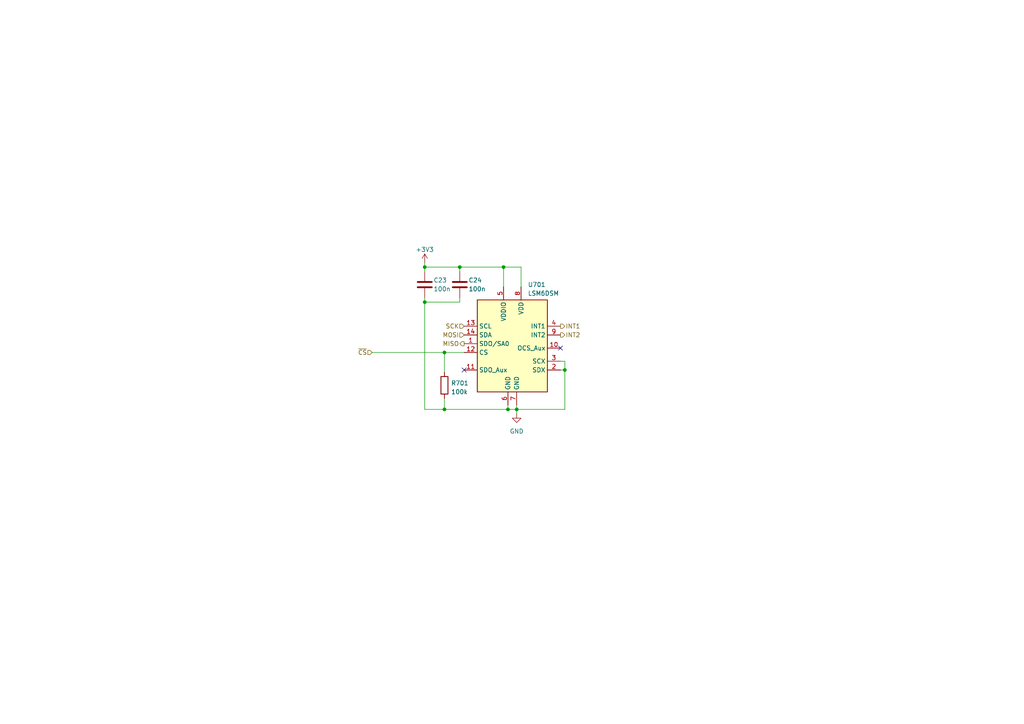
<source format=kicad_sch>
(kicad_sch (version 20230121) (generator eeschema)
  (paper "A4")
  (lib_symbols
    (symbol "Capstone:LSM6DSM"
      (property "Reference" "U" (at 2.54 16.51 0))
      (property "Value" "LSM6DSM" (at 2.54 12.7 0))
      (symbol "LSM6DSM_0_1"
        (rectangle (start -11.43 11.43) (end 8.89 -15.24) (stroke (width 0.254)) (fill (type background)))
      )
      (symbol "LSM6DSM_1_1"
        (pin bidirectional line (at -15.24 -1.27 0) (length 3.81) (name "SDO/SA0") (number "1"))
        (pin passive line (at 12.7 -2.54 180) (length 3.81) (name "OCS_Aux") (number "10"))
        (pin bidirectional line (at -15.24 -8.89 0) (length 3.81) (name "SDO_Aux") (number "11"))
        (pin input line (at -15.24 -3.81 0) (length 3.81) (name "CS") (number "12"))
        (pin input line (at -15.24 3.81 0) (length 3.81) (name "SCL") (number "13"))
        (pin bidirectional line (at -15.24 1.27 0) (length 3.81) (name "SDA") (number "14"))
        (pin bidirectional line (at 12.7 -8.89 180) (length 3.81) (name "SDX") (number "2"))
        (pin input line (at 12.7 -6.35 180) (length 3.81) (name "SCX") (number "3"))
        (pin output line (at 12.7 3.81 180) (length 3.81) (name "INT1") (number "4"))
        (pin power_in line (at -3.81 15.24 270) (length 3.81) (name "VDDIO") (number "5"))
        (pin power_in line (at -2.54 -19.05 90) (length 3.81) (name "GND") (number "6"))
        (pin power_in line (at 0 -19.05 90) (length 3.81) (name "GND") (number "7"))
        (pin power_in line (at 1.27 15.24 270) (length 3.81) (name "VDD") (number "8"))
        (pin output line (at 12.7 1.27 180) (length 3.81) (name "INT2") (number "9"))
      )
    )
    (symbol "Device:C" (pin_numbers hide) (pin_names (offset 0.254))
      (property "Reference" "C" (at 0.635 2.54 0))
      (property "Value" "C" (at 0.635 -2.54 0))
      (symbol "C_0_1"
        (polyline (pts (xy -2.032 -0.762) (xy 2.032 -0.762)) (stroke (width 0.508)))
        (polyline (pts (xy -2.032 0.762) (xy 2.032 0.762)) (stroke (width 0.508)))
      )
      (symbol "C_1_1"
        (pin passive line (at 0 3.81 270) (length 2.794) (name "~") (number "1"))
        (pin passive line (at 0 -3.81 90) (length 2.794) (name "~") (number "2"))
      )
    )
    (symbol "Device:R" (pin_numbers hide) (pin_names (offset 0))
      (property "Reference" "R" (at 2.032 0 90))
      (property "Value" "R" (at 0 0 90))
      (symbol "R_0_1"
        (rectangle (start -1.016 -2.54) (end 1.016 2.54) (stroke (width 0.254)))
      )
      (symbol "R_1_1"
        (pin passive line (at 0 3.81 270) (length 1.27) (name "~") (number "1"))
        (pin passive line (at 0 -3.81 90) (length 1.27) (name "~") (number "2"))
      )
    )
    (symbol "power:+3V3" (power) (pin_names (offset 0))
      (property "Value" "+3V3" (at 0 3.556 0))
      (symbol "+3V3_0_1"
        (polyline (pts (xy -0.762 1.27) (xy 0 2.54)))
        (polyline (pts (xy 0 0) (xy 0 2.54)))
        (polyline (pts (xy 0 2.54) (xy 0.762 1.27)))
      )
      (symbol "+3V3_1_1"
        (pin power_in line (at 0 0 90) (length 0) hide (name "+3V3") (number "1"))
      )
    )
    (symbol "power:GND" (power) (pin_names (offset 0))
      (property "Value" "GND" (at 0 -3.81 0))
      (symbol "GND_0_1"
        (polyline (pts (xy 0 0) (xy 0 -1.27) (xy 1.27 -1.27) (xy 0 -2.54) (xy -1.27 -1.27) (xy 0 -1.27)))
      )
      (symbol "GND_1_1"
        (pin power_in line (at 0 0 270) (length 0) hide (name "GND") (number "1"))
      )
    )
  )
  (junction (at 123.19 77.47))
  (junction (at 147.32 118.745))
  (junction (at 163.83 107.315))
  (junction (at 149.86 118.745))
  (junction (at 146.05 77.47))
  (junction (at 128.905 118.745))
  (junction (at 123.19 87.63))
  (junction (at 128.905 102.235))
  (junction (at 133.35 77.47))
  (no_connect (at 134.62 107.315))
  (no_connect (at 162.56 100.965))
  (wire (pts (xy 133.35 77.47) (xy 146.05 77.47)))
  (wire (pts (xy 123.19 87.63) (xy 133.35 87.63)))
  (wire (pts (xy 146.05 77.47) (xy 146.05 83.185)))
  (wire (pts (xy 107.95 102.235) (xy 128.905 102.235)))
  (wire (pts (xy 147.32 118.745) (xy 149.86 118.745)))
  (wire (pts (xy 123.19 87.63) (xy 123.19 118.745)))
  (wire (pts (xy 123.19 78.74) (xy 123.19 77.47)))
  (wire (pts (xy 149.86 117.475) (xy 149.86 118.745)))
  (wire (pts (xy 128.905 115.57) (xy 128.905 118.745)))
  (wire (pts (xy 128.905 102.235) (xy 128.905 107.95)))
  (wire (pts (xy 123.19 86.36) (xy 123.19 87.63)))
  (wire (pts (xy 146.05 77.47) (xy 151.13 77.47)))
  (wire (pts (xy 123.19 118.745) (xy 128.905 118.745)))
  (wire (pts (xy 133.35 77.47) (xy 133.35 78.74)))
  (wire (pts (xy 151.13 77.47) (xy 151.13 83.185)))
  (wire (pts (xy 128.905 118.745) (xy 147.32 118.745)))
  (wire (pts (xy 163.83 107.315) (xy 162.56 107.315)))
  (wire (pts (xy 163.83 104.775) (xy 163.83 107.315)))
  (wire (pts (xy 162.56 104.775) (xy 163.83 104.775)))
  (wire (pts (xy 149.86 118.745) (xy 163.83 118.745)))
  (wire (pts (xy 147.32 117.475) (xy 147.32 118.745)))
  (wire (pts (xy 149.86 118.745) (xy 149.86 120.015)))
  (wire (pts (xy 133.35 87.63) (xy 133.35 86.36)))
  (wire (pts (xy 128.905 102.235) (xy 134.62 102.235)))
  (wire (pts (xy 123.19 76.2) (xy 123.19 77.47)))
  (wire (pts (xy 163.83 118.745) (xy 163.83 107.315)))
  (wire (pts (xy 123.19 77.47) (xy 133.35 77.47)))
  (hierarchical_label "SCK" (shape input) (at 134.62 94.615 180))
  (hierarchical_label "MOSI" (shape input) (at 134.62 97.155 180))
  (hierarchical_label "INT1" (shape output) (at 162.56 94.615 0))
  (hierarchical_label "~{CS}" (shape input) (at 107.95 102.235 180))
  (hierarchical_label "INT2" (shape output) (at 162.56 97.155 0))
  (hierarchical_label "MISO" (shape output) (at 134.62 99.695 180))
  (symbol (lib_id "power:GND") (at 149.86 120.015 0) (unit 1)
    (property "Reference" "#PWR012" (effects hide))
    (property "Value" "GND" (at 149.86 125.095 0))
    (instances (project "low-power" (path "" (reference "#PWR012") (unit 1)) (path "" (reference "#PWR0702") (unit 1))))
  )
  (symbol (lib_id "Device:C") (at 123.19 82.55 0) (unit 1)
    (property "Reference" "C23" (at 125.73 81.28 0) (effects (justify left)))
    (property "Value" "100n" (at 125.73 83.82 0) (effects (justify left)))
    (property "Footprint" "Capacitor_SMD:C_0201_0603Metric" (effects hide))
    (instances (project "low-power" (path "" (reference "C23") (unit 1)) (path "" (reference "C701") (unit 1))))
  )
  (symbol (lib_id "Device:C") (at 133.35 82.55 0) (unit 1)
    (property "Reference" "C24" (at 135.89 81.28 0) (effects (justify left)))
    (property "Value" "100n" (at 135.89 83.82 0) (effects (justify left)))
    (property "Footprint" "Capacitor_SMD:C_0201_0603Metric" (effects hide))
    (instances (project "low-power" (path "" (reference "C24") (unit 1)) (path "" (reference "C702") (unit 1))))
  )
  (symbol (lib_id "Device:R") (at 128.905 111.76 0) (unit 1)
    (property "Reference" "R701" (at 130.81 111.125 0) (effects (justify left)))
    (property "Value" "100k" (at 130.81 113.665 0) (effects (justify left)))
    (property "Footprint" "Resistor_SMD:R_0201_0603Metric" (effects hide))
  )
  (symbol (lib_id "power:+3V3") (at 123.19 76.2 0) (unit 1)
    (property "Reference" "#PWR013" (effects hide))
    (property "Value" "+3V3" (at 123.19 72.39 0))
    (instances (project "low-power" (path "" (reference "#PWR013") (unit 1)) (path "" (reference "#PWR0701") (unit 1))))
  )
  (symbol (lib_id "Capstone:LSM6DSM") (at 149.86 98.425 0) (unit 1)
    (property "Reference" "U701" (at 153.0859 82.55 0) (effects (justify left)))
    (property "Value" "LSM6DSM" (at 153.0859 85.09 0) (effects (justify left)))
    (property "Footprint" "Package_LGA:LGA-14_3x2.5mm_P0.5mm_LayoutBorder3x4y" (effects hide))
    (property "Datasheet" "https://www.st.com/resource/en/datasheet/lsm6dsm.pdf" (effects hide))
  )
)
</source>
